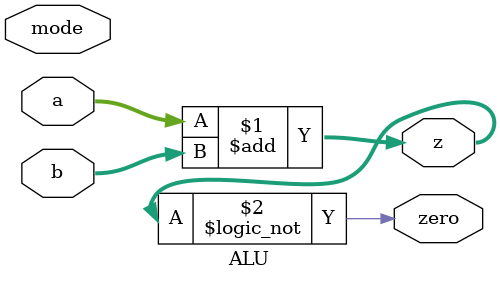
<source format=v>
/* Generated by Yosys 0.23 (git sha1 7ce5011c24b, gcc 11.3.0 -fPIC -Os) */

(* hdlname = "\\ALU" *)
(* top =  1  *)
(* src = "rtl/mps/ALU.v:1.1-9.10" *)
module ALU(z, zero, a, b, mode);
  (* src = "rtl/mps/ALU.v:4.18-4.19" *)
  input [31:0] a;
  wire [31:0] a;
  (* src = "rtl/mps/ALU.v:4.21-4.22" *)
  input [31:0] b;
  wire [31:0] b;
  (* src = "rtl/mps/ALU.v:5.17-5.21" *)
  input [3:0] mode;
  wire [3:0] mode;
  (* src = "rtl/mps/ALU.v:2.19-2.20" *)
  output [31:0] z;
  wire [31:0] z;
  (* src = "rtl/mps/ALU.v:3.12-3.16" *)
  output zero;
  wire zero;
  assign z = a + (* src = "rtl/mps/ALU.v:7.16-7.21" *) b;
  assign zero = ! (* src = "rtl/mps/ALU.v:8.19-8.25" *) z;
endmodule

</source>
